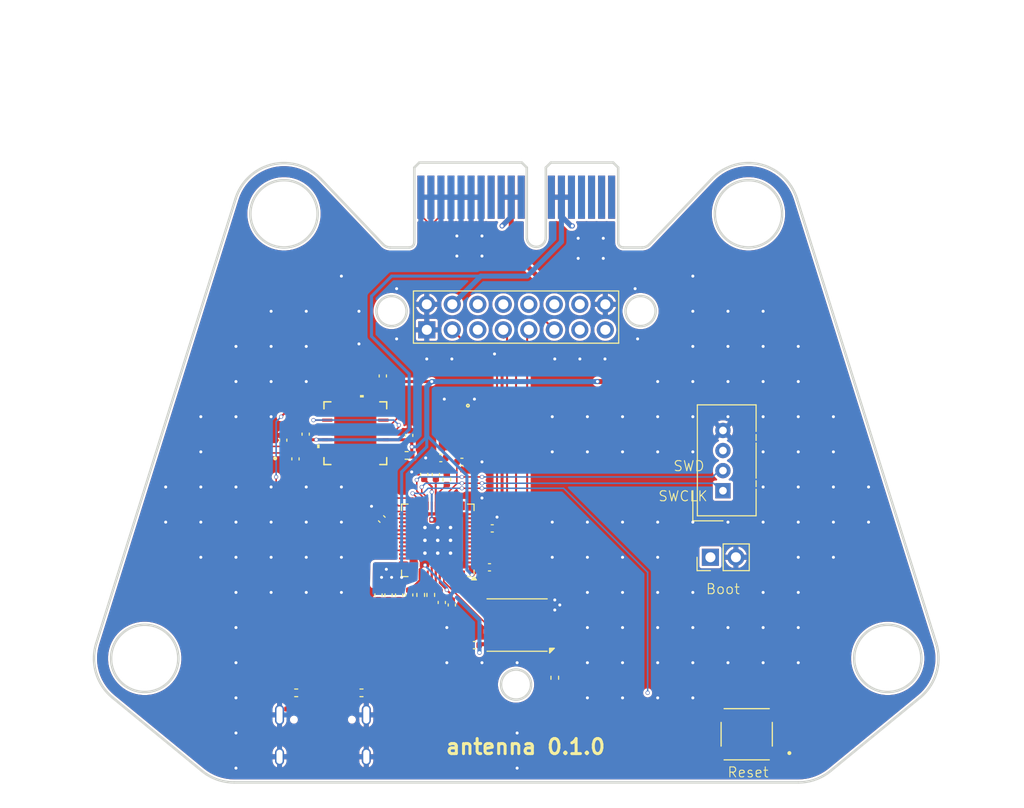
<source format=kicad_pcb>
(kicad_pcb (version 20241229) (generator "pcbnew") (generator_version "9.0")
  (layers (0 "F.Cu" signal) (2 "B.Cu" signal) (13 "F.Paste" user) (15 "B.Paste" user) (5 "F.SilkS" user "F.Silkscreen") (7 "B.SilkS" user "B.Silkscreen") (1 "F.Mask" user) (3 "B.Mask" user) (25 "Edge.Cuts" user))
  (net 0 "")
  (net 1 "+1.1V")
  (net 3 "CANINT")
  (net 4 "/XIN")
  (net 7 "CS")
  (net 8 "CANSTBY")
  (net 9 "GND")
  (net 10 "/USB_D2+")
  (net 11 "USB_D+")
  (net 12 "/XOUT_pre")
  (net 14 "SI")
  (net 15 "SCK")
  (net 16 "SO")
  (net 17 "USB_D-")
  (net 20 "/XOUT")
  (net 23 "OSC1")
  (net 26 "OSC2")
  (net 27 "tx")
  (net 28 "/QSPI_SS")
  (net 29 "/QSPI_SCLK")
  (net 30 "/QSPI_SD1")
  (net 31 "/QSPI_SD0")
  (net 32 "/QSPI_SD3")
  (net 33 "/QSPI_SD2")
  (net 34 "/~{USB_BOOT_S}")
  (net 36 "/USB_D2-")
  (net 37 "+3.3V")
  (net 42 "CANRESET")
  (net 44 "rx")
  (net 48 "+5V")
  (net 49 "/SWD")
  (net 50 "/SWCLK")
  (net 51 "/RUN")
  (net 52 "unconnected-(U2-GPIO0-Pad2)")
  (net 65 "CANN")
  (net 66 "CANP")
  (net 78 "Net-(J6-CC2)")
  (net 79 "Net-(J6-CC1)")
  (net 81 "P1.2")
  (net 82 "P1.1")
  (net 83 "TX")
  (net 84 "P3.3")
  (net 85 "Vusb")
  (net 86 "P3.4")
  (net 87 "RX")
  (net 88 "RTS")
  (net 89 "CTS")
  (net 90 "P1.0")
  (net 91 "P1.3")
  (footprint "Package_SON:WSON-8-1EP_6x5mm_P1.27mm_EP3.4x4.3mm" (layer "F.Cu") (at 146.5 106.75 180)
    (property "Reference" "U4" (hide yes))
    (property "Value" "W25Q128JVP" (hide yes))
  )
  (footprint "Capacitor_SMD:C_0402_1005Metric" (layer "F.Cu") (at 138.405904 91.752137 90)
    (property "Reference" "C214" (hide yes))
    (property "Value" "100n" (hide yes))
  )
  (footprint "Resistor_SMD:R_0402_1005Metric" (layer "F.Cu") (at 139.5 92.25 90)
    (property "Reference" "R12" (hide yes))
    (property "Value" "1k" (hide yes))
  )
  (footprint "Resistor_SMD:R_0402_1005Metric" (layer "F.Cu") (at 136.900183 103.75 90)
    (property "Reference" "R204" (hide yes))
    (property "Value" "27" (hide yes))
  )
  (footprint "Capacitor_SMD:C_0402_1005Metric" (layer "F.Cu") (at 133.025268 96.188915 135)
    (property "Reference" "C212" (hide yes))
    (property "Value" "100n" (hide yes))
  )
  (footprint "Capacitor_SMD:C_0402_1005Metric" (layer "F.Cu") (at 137.25 91.75 90)
    (property "Reference" "C207" (hide yes))
    (property "Value" "100n" (hide yes))
  )
  (footprint "4in-kicad-library:X322516MLB4SI" (layer "F.Cu") (at 120.35 89.051477 180)
    (property "Reference" "Y2" (hide yes))
    (property "Value" "X322516MLB4SI" (hide yes))
  )
  (footprint "4in-kicad-library:TS-1187A-B-A-B" (layer "F.Cu") (at 169.365 117.625 180)
    (property "Reference" "S2" (hide yes))
    (property "Value" "TS-1187A-B-A-B" (hide yes))
  )
  (footprint "4in-antenna:RFD900" (layer "F.Cu") (at 146.394875 76.077983)
    (property "Reference" "U1" (hide yes))
    (property "Value" "RFD900" (hide yes))
    (fp_circle (center -12.4 -0.6) (end -10.9 -0.6) (stroke (width 0.25)) (fill no) (layer "Edge.Cuts"))
    (fp_circle (center 0 36.6) (end 1.5 36.6) (stroke (width 0.25)) (fill no) (layer "Edge.Cuts"))
    (fp_circle (center 12.4 -0.6) (end 13.9 -0.6) (stroke (width 0.25)) (fill no) (layer "Edge.Cuts"))
  )
  (footprint "4in-kicad-library:QFN28_6X6MC_MCH" (layer "F.Cu") (at 130.387999 87.644025 180)
    (property "Reference" "U9" (hide yes))
    (property "Value" "MCP25625T-E/ML" (hide yes))
  )
  (footprint "Capacitor_SMD:C_0402_1005Metric" (layer "F.Cu") (at 141 90.5)
    (property "Reference" "C10" (hide yes))
    (property "Value" "15p" (hide yes))
  )
  (footprint "Capacitor_SMD:C_0402_1005Metric" (layer "F.Cu") (at 140 104.75 -90)
    (property "Reference" "C206" (hide yes))
    (property "Value" "100n" (hide yes))
  )
  (footprint "Capacitor_SMD:C_0402_1005Metric" (layer "F.Cu") (at 143.75 101)
    (property "Reference" "C211" (hide yes))
    (property "Value" "100n" (hide yes))
  )
  (footprint "Capacitor_SMD:C_0402_1005Metric" (layer "F.Cu") (at 135.75 103.75 -90)
    (property "Reference" "C208" (hide yes))
    (property "Value" "1u" (hide yes))
  )
  (footprint "Connector:NS-Tech_Grove_1x04_P2mm_Vertical" (layer "F.Cu") (at 167 93.37 180)
    (property "Reference" "J2" (hide yes))
    (property "Value" "Conn_01x04" (hide yes))
  )
  (footprint "Capacitor_SMD:C_0402_1005Metric" (layer "F.Cu") (at 138.901053 90.119624 180)
    (property "Reference" "C11" (hide yes))
    (property "Value" "15p" (hide yes))
  )
  (footprint "Connector_USB:USB_C_Receptacle_Palconn_UTC16-G" (layer "F.Cu") (at 127.16 117.625)
    (property "Reference" "J6" (hide yes))
    (property "Value" "USB_C_Receptacle_USB2.0_16P" (hide yes))
  )
  (footprint "4in-kicad-library:ABM8-272-T3_ABR" (layer "F.Cu") (at 140.5 88 -90)
    (property "Reference" "X1" (hide yes))
    (property "Value" "RP2040 Crystal" (hide yes))
  )
  (footprint "Capacitor_SMD:C_0402_1005Metric" (layer "F.Cu") (at 144.023705 97.122962)
    (property "Reference" "C213" (hide yes))
    (property "Value" "100n" (hide yes))
  )
  (footprint "Capacitor_SMD:C_0402_1005Metric" (layer "F.Cu") (at 133.694841 103.749524 -90)
    (property "Reference" "C216" (hide yes))
    (property "Value" "100n" (hide yes))
  )
  (footprint "Capacitor_SMD:C_0402_1005Metric" (layer "F.Cu") (at 132.694841 103.749524 -90)
    (property "Reference" "C215" (hide yes))
    (property "Value" "100n" (hide yes))
  )
  (footprint "Resistor_SMD:R_0402_1005Metric" (layer "F.Cu") (at 135.5 89.854549 180)
    (property "Reference" "R91" (hide yes))
    (property "Value" "10k" (hide yes))
  )
  (footprint "Capacitor_SMD:C_0402_1005Metric" (layer "F.Cu") (at 134.75 103.75 -90)
    (property "Reference" "C210" (hide yes))
    (property "Value" "1u" (hide yes))
  )
  (footprint "Capacitor_SMD:C_0402_1005Metric" (layer "F.Cu") (at 125.442338 87.740095 90)
    (property "Reference" "C93" (hide yes))
    (property "Value" "100n" (hide yes))
  )
  (footprint "Resistor_SMD:R_0402_1005Metric" (layer "F.Cu") (at 137.900183 103.75 90)
    (property "Reference" "R203" (hide yes))
    (property "Value" "27" (hide yes))
  )
  (footprint "Resistor_SMD:R_0402_1005Metric" (layer "F.Cu") (at 124.5 113.5)
    (property "Reference" "R4" (hide yes))
    (property "Value" "5.1k" (hide yes))
  )
  (footprint "Package_DFN_QFN:QFN-56-1EP_7x7mm_P0.4mm_EP3.2x3.2mm" (layer "F.Cu") (at 138.6 98.3125 180)
    (property "Reference" "U2" (hide yes))
    (property "Value" "RP2040" (hide yes))
  )
  (footprint "Connector_PinHeader_2.54mm:PinHeader_1x02_P2.54mm_Vertical" (layer "F.Cu") (at 165.75 100 90)
    (property "Reference" "J5" (hide yes))
    (property "Value" "Conn_01x02" (hide yes))
  )
  (footprint "Resistor_SMD:R_0402_1005Metric" (layer "F.Cu") (at 150.25 112 -90)
    (property "Reference" "R30" (hide yes))
    (property "Value" "1k" (hide yes))
  )
  (footprint "Capacitor_SMD:C_0402_1005Metric" (layer "F.Cu") (at 142.25 108.75 180)
    (property "Reference" "C40" (hide yes))
    (property "Value" "100n" (hide yes))
  )
  (footprint "Resistor_SMD:R_0402_1005Metric" (layer "F.Cu") (at 131 113.5)
    (property "Reference" "R3" (hide yes))
    (property "Value" "5.1k" (hide yes))
  )
  (footprint "Capacitor_SMD:C_0402_1005Metric" (layer "F.Cu") (at 133.125054 81.941272 90)
    (property "Reference" "C90" (hide yes))
    (property "Value" "100n" (hide yes))
  )
  (footprint "Capacitor_SMD:C_0402_1005Metric" (layer "F.Cu") (at 135.749829 87.861863 90)
    (property "Reference" "C92" (hide yes))
    (property "Value" "100n" (hide yes))
  )
  (footprint "Capacitor_SMD:C_0402_1005Metric" (layer "F.Cu") (at 139 104.5 -90)
    (property "Reference" "C209" (hide yes))
    (property "Value" "100n" (hide yes))
  )
  (footprint "Capacitor_SMD:C_0402_1005Metric" (layer "F.Cu") (at 124.425824 90.202152 -90)
    (property "Reference" "C94" (hide yes))
    (property "Value" "22p" (hide yes))
  )
  (footprint "Capacitor_SMD:C_0402_1005Metric" (layer "F.Cu") (at 123.205772 88.339051 90)
    (property "Reference" "C95" (hide yes))
    (property "Value" "22p" (hide yes))
  )
  (footprint "Connector_PCBEdge:BUS_PCIexpress_x1" (layer "B.Cu") (at 136.913 64.138595)
    (property "Reference" "J1" (hide yes))
    (property "Value" "Bus_PCI_Express_x1" (hide yes))
    (fp_line (start -0.65 -2.95) (end -0.65 4.506267) (stroke (width 0.25)) (layer "Edge.Cuts"))
    (fp_line (start -0.15 -3.45) (end -0.65 -2.95) (stroke (width 0.25)) (layer "Edge.Cuts"))
    (fp_line (start 10.05 -3.45) (end -0.15 -3.45) (stroke (width 0.25)) (layer "Edge.Cuts"))
    (fp_line (start 10.05 -3.45) (end 10.55 -2.95) (stroke (width 0.25)) (layer "Edge.Cuts"))
    (fp_line (start 10.55 -2.95) (end 10.55 4) (stroke (width 0.25)) (layer "Edge.Cuts"))
    (fp_line (start 12.45 -2.95) (end 12.45 4) (stroke (width 0.25)) (layer "Edge.Cuts"))
    (fp_line (start 12.95 -3.45) (end 12.45 -2.95) (stroke (width 0.25)) (layer "Edge.Cuts"))
    (fp_line (start 19.15 -3.45) (end 12.95 -3.45) (stroke (width 0.25)) (layer "Edge.Cuts"))
    (fp_line (start 19.15 -3.45) (end 19.65 -2.95) (stroke (width 0.25)) (layer "Edge.Cuts"))
    (fp_line (start 19.65 4.506267) (end 19.65 -2.95) (stroke (width 0.25)) (layer "Edge.Cuts"))
    (fp_arc (start 12.45 4) (mid 11.5 4.95) (end 10.55 4) (stroke (width 0.25)) (layer "Edge.Cuts"))
  )
  (gr_line (start 158.94692 69.146243) (end 157.070601 69.146243) (stroke (width 0.25)) (layer "Edge.Cuts"))
  (gr_line (start 106.209687 113.973139) (end 115.111411 121.274542) (stroke (width 0.25)) (layer "Edge.Cuts"))
  (gr_line (start 174.361597 64.28372) (end 188.232328 108.558815) (stroke (width 0.25)) (layer "Edge.Cuts"))
  (gr_circle (center 123.283091 65.793456) (end 126.633091 65.793456) (stroke (width 0.25)) (fill no) (layer "Edge.Cuts"))
  (gr_line (start 118.464045 64.28372) (end 104.587844 108.576276) (stroke (width 0.25)) (layer "Edge.Cuts"))
  (gr_arc (start 159.678055 68.8356) (mid 159.344666 69.066654) (end 158.94692 69.146243) (stroke (width 0.25)) (layer "Edge.Cuts"))
  (gr_line (start 118.464046 64.28372) (end 118.464045 64.28372) (stroke (width 0.25)) (layer "Edge.Cuts"))
  (gr_arc (start 177.714223 121.274549) (mid 176.212248 122.125014) (end 174.511601 122.419976) (stroke (width 0.25)) (layer "Edge.Cuts"))
  (gr_arc (start 136.255174 68.646276) (mid 136.10951 68.998982) (end 135.757436 69.146243) (stroke (width 0.25)) (layer "Edge.Cuts"))
  (gr_arc (start 157.070601 69.146243) (mid 156.714957 68.997733) (end 156.570468 68.640432) (stroke (width 0.25)) (layer "Edge.Cuts"))
  (gr_circle (center 109.412346 110.068595) (end 112.762346 110.068595) (stroke (width 0.25)) (fill no) (layer "Edge.Cuts"))
  (gr_arc (start 118.464046 64.28372) (mid 122.139472 60.874645) (end 126.941834 62.312637) (stroke (width 0.25)) (layer "Edge.Cuts"))
  (gr_arc (start 133.872001 69.146243) (mid 133.477859 69.065273) (end 133.147519 68.835527) (stroke (width 0.25)) (layer "Edge.Cuts"))
  (gr_line (start 174.361596 64.28372) (end 174.361597 64.28372) (stroke (width 0.25)) (layer "Edge.Cuts"))
  (gr_line (start 159.678055 68.8356) (end 165.883808 62.312637) (stroke (width 0.25)) (layer "Edge.Cuts"))
  (gr_line (start 118.314061 122.419976) (end 174.511601 122.419976) (stroke (width 0.25)) (layer "Edge.Cuts"))
  (gr_line (start 133.872001 69.146243) (end 135.757436 69.146243) (stroke (width 0.25)) (layer "Edge.Cuts"))
  (gr_line (start 133.147519 68.835527) (end 126.941834 62.312637) (stroke (width 0.25)) (layer "Edge.Cuts"))
  (gr_arc (start 106.209687 113.973139) (mid 104.576009 111.52196) (end 104.587844 108.576276) (stroke (width 0.25)) (layer "Edge.Cuts"))
  (gr_arc (start 165.883808 62.312637) (mid 170.686167 60.874652) (end 174.361596 64.28372) (stroke (width 0.25)) (layer "Edge.Cuts"))
  (gr_line (start 186.607723 113.979892) (end 177.714223 121.274549) (stroke (width 0.25)) (layer "Edge.Cuts"))
  (gr_circle (center 183.413296 110.068595) (end 186.763296 110.068595) (stroke (width 0.25)) (fill no) (layer "Edge.Cuts"))
  (gr_circle (center 169.542552 65.793456) (end 172.892552 65.793456) (stroke (width 0.25)) (fill no) (layer "Edge.Cuts"))
  (gr_arc (start 118.314061 122.419976) (mid 116.613398 122.125007) (end 115.111411 121.274542) (stroke (width 0.25)) (layer "Edge.Cuts"))
  (gr_arc (start 188.232328 108.558815) (mid 188.250725 111.5183) (end 186.607723 113.979892) (stroke (width 0.25)) (layer "Edge.Cuts"))
  (gr_text "antenna 0.1.0" (at 139.25 119.75 0) (layer "F.SilkS") (effects (font (size 1.5 1.5) (thickness 0.3) (bold yes)) (justify left bottom)))
  (gr_text "SWD" (at 162 91.5 0) (layer "F.SilkS") (effects (font (size 1 1) (thickness 0.1)) (justify left bottom)))
  (gr_text "Boot" (at 167 103.75 0) (layer "F.SilkS") (effects (font (size 1 1) (thickness 0.1)) (justify bottom)))
  (gr_text "Reset" (at 169.5 122 0) (layer "F.SilkS") (effects (font (size 1 1) (thickness 0.1)) (justify bottom)))
  (gr_text "SWCLK" (at 160.5 94.5 0) (layer "F.SilkS") (effects (font (size 1 1) (thickness 0.1)) (justify left bottom)))
  (segment (start 139.5 103.25) (end 140 103.75) (width 0.2) (layer "F.Cu") (net 1))
  (segment (start 136.8 102.28386) (end 135.81386 103.27) (width 0.2) (layer "F.Cu") (net 1))
  (segment (start 140 103.75) (end 140 104.27) (width 0.2) (layer "F.Cu") (net 1))
  (segment (start 137.216508 100.783492) (end 137.330177 100.783492) (width 0.2) (layer "F.Cu") (net 1))
  (segment (start 138.8 101.75) (end 138.8 102.55) (width 0.2) (layer "F.Cu") (net 1))
  (segment (start 136.8 101.75) (end 136.8 102.28386) (width 0.2) (layer "F.Cu") (net 1))
  (segment (start 135.81386 103.27) (end 135.75 103.27) (width 0.2) (layer "F.Cu") (net 1))
  (segment (start 138 92.98) (end 137.25 92.23) (width 0.2) (layer "F.Cu") (net 1))
  (segment (start 138.8 102.55) (end 139.5 103.25) (width 0.2) (layer "F.Cu") (net 1))
  (segment (start 136.8 101.2) (end 137.216508 100.783492) (width 0.2) (layer "F.Cu") (net 1))
  (segment (start 138 93.5) (end 138 94.875) (width 0.15) (layer "F.Cu") (net 1))
  (segment (start 138 93.5) (end 138 92.98) (width 0.2) (layer "F.Cu") (net 1))
  (segment (start 136.8 101.75) (end 136.8 101.2) (width 0.2) (layer "F.Cu") (net 1))
  (via (at 138 96.25) (size 0.4) (drill 0.3) (layers "F.Cu" "B.Cu") (net 1))
  (via (at 139.5 103.25) (size 0.4) (drill 0.3) (layers "F.Cu" "B.Cu") (net 1))
  (via (at 138 93.5) (size 0.4) (drill 0.3) (layers "F.Cu" "B.Cu") (net 1))
  (via (at 137.330177 100.783492) (size 0.4) (drill 0.3) (layers "F.Cu" "B.Cu") (net 1))
  (segment (start 139.5 103) (end 139.5 103.25) (width 0.2) (layer "B.Cu") (net 1))
  (segment (start 138 93.5) (end 138 96.25) (width 0.2) (layer "B.Cu") (net 1))
  (segment (start 137.330177 100.783492) (end 137.330177 100.830177) (width 0.2) (layer "B.Cu") (net 1))
  (segment (start 137.330177 100.830177) (end 139.5 103) (width 0.2) (layer "B.Cu") (net 1))
  (segment (start 132.804492 98.1125) (end 135.1625 98.1125) (width 0.15) (layer "F.Cu") (net 3))
  (segment (start 130.387999 95.696007) (end 132.804492 98.1125) (width 0.15) (layer "F.Cu") (net 3))
  (segment (start 130.387999 90.438025) (end 130.387999 95.696007) (width 0.15) (layer "F.Cu") (net 3))
  (segment (start 140.52 90.5) (end 140.52 87.580001) (width 0.15) (layer "F.Cu") (net 4))
  (segment (start 140.52 87.580001) (end 140.900002 87.199999) (width 0.15) (layer "F.Cu") (net 4))
  (segment (start 140.5 90.52) (end 140.5 92.663247) (width 0.15) (layer "F.Cu") (net 4))
  (segment (start 140.900002 87.199999) (end 141.6 87.199999) (width 0.15) (layer "F.Cu") (net 4))
  (segment (start 139.2 93.963247) (end 139.2 94.875) (width 0.15) (layer "F.Cu") (net 4))
  (segment (start 140.5 92.663247) (end 139.2 93.963247) (width 0.15) (layer "F.Cu") (net 4))
  (segment (start 140.52 90.5) (end 140.5 90.52) (width 0.15) (layer "F.Cu") (net 4))
  (segment (start 133 89.776025) (end 133 93.188949) (width 0.15) (layer "F.Cu") (net 7))
  (segment (start 134.686051 94.875) (end 136 94.875) (width 0.15) (layer "F.Cu") (net 7))
  (segment (start 133.181999 89.594026) (end 133 89.776025) (width 0.15) (layer "F.Cu") (net 7))
  (segment (start 133 93.188949) (end 134.686051 94.875) (width 0.15) (layer "F.Cu") (net 7))
  (segment (start 123.305976 85.694024) (end 127.593999 85.694024) (width 0.2) (layer "F.Cu") (net 8))
  (segment (start 123 86) (end 123.305976 85.694024) (width 0.2) (layer "F.Cu") (net 8))
  (segment (start 122.5 92) (end 122.5 95) (width 0.15) (layer "F.Cu") (net 8))
  (segment (start 126.8125 99.3125) (end 135.1625 99.3125) (width 0.15) (layer "F.Cu") (net 8))
  (segment (start 122.5 95) (end 126.8125 99.3125) (width 0.15) (layer "F.Cu") (net 8))
  (via (at 122.5 92) (size 0.4) (drill 0.3) (layers "F.Cu" "B.Cu") (net 8))
  (via (at 123 86) (size 0.4) (drill 0.3) (layers "F.Cu" "B.Cu") (net 8))
  (segment (start 122.5 86.5) (end 123 86) (width 0.15) (layer "B.Cu") (net 8))
  (segment (start 122.5 92) (end 122.5 86.5) (width 0.15) (layer "B.Cu") (net 8))
  (segment (start 138.272137 91.272137) (end 137.5 90.5) (width 0.3) (layer "F.Cu") (net 9))
  (segment (start 139.6 86.949999) (end 139.45 86.949999) (width 0.15) (layer "F.Cu") (net 9))
  (segment (start 142.913 64.138595) (end 139.913 64.138595) (width 0.5) (layer "F.Cu") (net 9))
  (segment (start 138.405904 91.272137) (end 138.272137 91.272137) (width 0.3) (layer "F.Cu") (net 9))
  (segment (start 132.685857 95.849504) (end 132.685857 95.607337) (width 0.2) (layer "F.Cu") (net 9))
  (segment (start 129.907065 89.186934) (end 129.907065 88.957723) (width 0.2) (layer "F.Cu") (net 9))
  (segment (start 132.685857 95.607337) (end 132 94.92148) (width 0.2) (layer "F.Cu") (net 9))
  (segment (start 128.105075 87.644025) (end 130.899075 87.644025) (width 0.3) (layer "F.Cu") (net 9))
  (segment (start 140.25 93.75) (end 140.5 93.75) (width 0.2) (layer "F.Cu") (net 9))
  (segment (start 139.6 94.875) (end 139.6 94.4) (width 0.2) (layer "F.Cu") (net 9))
  (segment (start 139.6 94.4) (end 140.25 93.75) (width 0.2) (layer "F.Cu") (net 9))
  (via (at 150 96.5) (size 0.4) (drill 0.3) (layers "F.Cu" "B.Cu") (net 9))
  (via (at 174.5 89.5) (size 0.4) (drill 0.3) (layers "F.Cu" "B.Cu") (net 9))
  (via (at 164 82.5) (size 0.4) (drill 0.3) (layers "F.Cu" "B.Cu") (net 9))
  (via (at 150 100) (size 0.4) (drill 0.3) (layers "F.Cu" "B.Cu") (net 9))
  (via (at 129 72) (size 0.4) (drill 0.3) (layers "F.Cu" "B.Cu") (net 9))
  (via (at 167.5 110.5) (size 0.4) (drill 0.3) (layers "F.Cu" "B.Cu") (net 9))
  (via (at 144.5 96) (size 0.4) (drill 0.3) (layers "F.Cu" "B.Cu") (net 9))
  (via (at 129 100) (size 0.4) (drill 0.3) (layers "F.Cu" "B.Cu") (net 9))
  (via (at 160.5 110.5) (size 0.4) (drill 0.3) (layers "F.Cu" "B.Cu") (net 9))
  (via (at 150.25 104.25) (size 0.4) (drill 0.3) (layers "F.Cu" "B.Cu") (net 9))
  (via (at 167.5 107) (size 0.4) (drill 0.3) (layers "F.Cu" "B.Cu") (net 9))
  (via (at 143 90.5) (size 0.4) (drill 0.3) (layers "F.Cu" "B.Cu") (net 9))
  (via (at 157 86) (size 0.4) (drill 0.3) (layers "F.Cu" "B.Cu") (net 9))
  (via (at 132 94.92148) (size 0.4) (drill 0.3) (layers "F.Cu" "B.Cu") (net 9))
  (via (at 171 75.5) (size 0.4) (drill 0.3) (layers "F.Cu" "B.Cu") (net 9))
  (via (at 139.5 107) (size 0.4) (drill 0.3) (layers "F.Cu" "B.Cu") (net 9))
  (via (at 118.5 86) (size 0.4) (drill 0.3) (layers "F.Cu" "B.Cu") (net 9))
  (via (at 164 96.5) (size 0.4) (drill 0.3) (layers "F.Cu" "B.Cu") (net 9))
  (via (at 157 103.5) (size 0.4) (drill 0.3) (layers "F.Cu" "B.Cu") (net 9))
  (via (at 167.5 86) (size 0.4) (drill 0.3) (layers "F.Cu" "B.Cu") (net 9))
  (via (at 160.5 96.5) (size 0.4) (drill 0.3) (layers "F.Cu" "B.Cu") (net 9))
  (via (at 125.5 82.5) (size 0.4) (drill 0.3) (layers "F.Cu" "B.Cu") (net 9))
  (via (at 125.5 75.5) (size 0.4) (drill 0.3) (layers "F.Cu" "B.Cu") (net 9))
  (via (at 137.318053 99.587234) (size 0.5) (drill 0.35) (layers "F.Cu" "B.Cu") (net 9))
  (via (at 174.5 96.5) (size 0.4) (drill 0.3) (layers "F.Cu" "B.Cu") (net 9))
  (via (at 125.5 100) (size 0.4) (drill 0.3) (layers "F.Cu" "B.Cu") (net 9))
  (via (at 158.25 73.25) (size 0.4) (drill 0.3) (layers "F.Cu" "B.Cu") (net 9))
  (via (at 171 103.5) (size 0.4) (drill 0.3) (layers "F.Cu" "B.Cu") (net 9))
  (via (at 118.5 100) (size 0.4) (drill 0.3) (layers "F.Cu" "B.Cu") (net 9))
  (via (at 164 89.5) (size 0.4) (drill 0.3) (layers "F.Cu" "B.Cu") (net 9))
  (via (at 171 110.5) (size 0.4) (drill 0.3) (layers "F.Cu" "B.Cu") (net 9))
  (via (at 174.5 79) (size 0.4) (drill 0.3) (layers "F.Cu" "B.Cu") (net 9))
  (via (at 111.5 96.5) (size 0.4) (drill 0.3) (layers "F.Cu" "B.Cu") (net 9))
  (via (at 178 100) (size 0.4) (drill 0.3) (layers "F.Cu" "B.Cu") (net 9))
  (via (at 138.593053 99.587234) (size 0.5) (drill 0.35) (layers "F.Cu" "B.Cu") (net 9))
  (via (at 118.5 114) (size 0.4) (drill 0.3) (layers "F.Cu" "B.Cu") (net 9))
  (via (at 139.5 110.5) (size 0.4) (drill 0.3) (layers "F.Cu" "B.Cu") (net 9))
  (via (at 160.5 114) (size 0.4) (drill 0.3) (layers "F.Cu" "B.Cu") (net 9))
  (via (at 143 94.097073) (size 0.4) (drill 0.3) (layers "F.Cu" "B.Cu") (net 9))
  (via (at 153.5 103.5) (size 0.4) (drill 0.3) (layers "F.Cu" "B.Cu") (net 9))
  (via (at 115 89.5) (size 0.4) (drill 0.3) (layers "F.Cu" "B.Cu") (net 9))
  (via (at 125.5 96.5) (size 0.4) (drill 0.3) (layers "F.Cu" "B.Cu") (net 9))
  (via (at 115 93) (size 0.4) (drill 0.3) (layers "F.Cu" "B.Cu") (net 9))
  (via (at 125.5 93) (size 0.4) (drill 0.3) (layers "F.Cu" "B.Cu") (net 9))
  (via (at 137.318053 98.312234) (size 0.5) (drill 0.35) (layers "F.Cu" "B.Cu") (net 9))
  (via (at 118.5 117.5) (size 0.4) (drill 0.3) (layers "F.Cu" "B.Cu") (net 9))
  (via (at 122 100) (size 0.4) (drill 0.3) (layers "F.Cu" "B.Cu") (net 9))
  (via (at 139.868053 98.312234) (size 0.5) (drill 0.35) (layers "F.Cu" "B.Cu") (net 9))
  (via (at 125.5 103.5) (size 0.4) (drill 0.3) (layers "F.Cu" "B.Cu") (net 9))
  (via (at 171 93) (size 0.4) (drill 0.3) (layers "F.Cu" "B.Cu") (net 9))
  (via (at 164 72) (size 0.4) (drill 0.3) (layers "F.Cu" "B.Cu") (net 9))
  (via (at 178 96.5) (size 0.4) (drill 0.3) (layers "F.Cu" "B.Cu") (net 9))
  (via (at 118.5 79) (size 0.4) (drill 0.3) (layers "F.Cu" "B.Cu") (net 9))
  (via (at 146.5 117.5) (size 0.4) (drill 0.3) (layers "F.Cu" "B.Cu") (net 9))
  (via (at 171 89.5) (size 0.4) (drill 0.3) (layers "F.Cu" "B.Cu") (net 9))
  (via (at 160.5 100) (size 0.4) (drill 0.3) (layers "F.Cu" "B.Cu") (net 9))
  (via (at 137.5 80.25) (size 0.4) (drill 0.3) (layers "F.Cu" "B.Cu") (net 9))
  (via (at 118.5 107) (size 0.4) (drill 0.3) (layers "F.Cu" "B.Cu") (net 9))
  (via (at 152.75 80.25) (size 0.4) (drill 0.3) (layers "F.Cu" "B.Cu") (net 9))
  (via (at 174.5 110.5) (size 0.4) (drill 0.3) (layers "F.Cu" "B.Cu") (net 9))
  (via (at 164 75.5) (size 0.4) (drill 0.3) (layers "F.Cu" "B.Cu") (net 9))
  (via (at 153.5 110.5) (size 0.4) (drill 0.3) (layers "F.Cu" "B.Cu") (net 9))
  (via (at 155.080416 68.23223) (size 0.4) (drill 0.3) (layers "F.Cu" "B.Cu") (net 9))
  (via (at 143 70) (size 0.4) (drill 0.3) (layers "F.Cu" "B.Cu") (net 9))
  (via (at 153.5 96.5) (size 0.4) (drill 0.3) (layers "F.Cu" "B.Cu") (net 9))
  (via (at 150.25 105.25) (size 0.4) (drill 0.3) (layers "F.Cu" "B.Cu") (net 9))
  (via (at 150.25 80.25) (size 0.4) (drill 0.3) (layers "F.Cu" "B.Cu") (net 9))
  (via (at 153.5 107) (size 0.4) (drill 0.3) (layers "F.Cu" "B.Cu") (net 9))
  (via (at 152.580416 70.23223) (size 0.4) (drill 0.3) (layers "F.Cu" "B.Cu") (net 9))
  (via (at 174.5 82.5) (size 0.4) (drill 0.3) (layers "F.Cu" "B.Cu") (net 9))
  (via (at 164 103.5) (size 0.4) (drill 0.3) (layers "F.Cu" "B.Cu") (net 9))
  (via (at 143 68) (size 0.4) (drill 0.3) (layers "F.Cu" "B.Cu") (net 9))
  (via (at 153.5 114) (size 0.4) (drill 0.3) (layers "F.Cu" "B.Cu") (net 9))
  (via (at 122 75.5) (size 0.4) (drill 0.3) (layers "F.Cu" "B.Cu") (net 9))
  (via (at 140 80.25) (size 0.4) (drill 0.3) (layers "F.Cu" "B.Cu") (net 9))
  (via (at 118.5 110.5) (size 0.4) (drill 0.3) (layers "F.Cu" "B.Cu") (net 9))
  (via (at 122 82.5) (size 0.4) (drill 0.3) (layers "F.Cu" "B.Cu") (net 9))
  (via (at 118.5 93) (size 0.4) (drill 0.3) (layers "F.Cu" "B.Cu") (net 9))
  (via (at 129 93) (size 0.4) (drill 0.3) (layers "F.Cu" "B.Cu") (net 9))
  (via (at 129 103.5) (size 0.4) (drill 0.3) (layers "F.Cu" "B.Cu") (net 9))
  (via (at 178 89.5) (size 0.4) (drill 0.3) (layers "F.Cu" "B.Cu") (net 9))
  (via (at 122 103.5) (size 0.4) (drill 0.3) (layers "F.Cu" "B.Cu") (net 9))
  (via (at 155.080416 70.23223) (size 0.4) (drill 0.3) (layers "F.Cu" "B.Cu") (net 9))
  (via (at 171 79) (size 0.4) (drill 0.3) (layers "F.Cu" "B.Cu") (net 9))
  (via (at 130.75 75.5) (size 0.4) (drill 0.3) (layers "F.Cu" "B.Cu") (net 9))
  (via (at 174.5 100) (size 0.4) (drill 0.3) (layers "F.Cu" "B.Cu") (net 9))
  (via (at 146.5 121) (size 0.4) (drill 0.3) (layers "F.Cu" "B.Cu") (net 9))
  (via (at 150 86) (size 0.4) (drill 0.3) (layers "F.Cu" "B.Cu") (net 9))
  (via (at 130.75 78.75) (size 0.4) (drill 0.3) (layers "F.Cu" "B.Cu") (net 9))
  (via (at 157 110.5) (size 0.4) (drill 0.3) (layers "F.Cu" "B.Cu") (net 9))
  (via (at 122 86) (size 0.4) (drill 0.3) (layers "F.Cu" "B.Cu") (net 9))
  (via (at 144.25 79.75) (size 0.4) (drill 0.3) (layers "F.Cu" "B.Cu") (net 9))
  (via (at 174.5 86) (size 0.4) (drill 0.3) (layers "F.Cu" "B.Cu") (net 9))
  (via (at 178 86) (size 0.4) (drill 0.3) (layers "F.Cu" "B.Cu") (net 9))
  (via (at 136 91.5) (size 0.4) (drill 0.3) (layers "F.Cu" "B.Cu") (net 9))
  (via (at 137.318053 97.037234) (size 0.5) (drill 0.35) (layers "F.Cu" "B.Cu") (net 9))
  (via (at 158.5 78.25) (size 0.4) (drill 0.3) (layers "F.Cu" "B.Cu") (net 9))
  (via (at 160.5 86) (size 0.4) (drill 0.3) (layers "F.Cu" "B.Cu") (net 9))
  (via (at 167.5 96.5) (size 0.4) (drill 0.3) (layers "F.Cu" "B.Cu") (net 9))
  (via (at 143 110.5) (size 0.4) (drill 0.3) (layers "F.Cu" "B.Cu") (net 9))
  (via (at 150 89.5) (size 0.4) (drill 0.3) (layers "F.Cu" "B.Cu") (net 9))
  (via (at 181.5 93) (size 0.4) (drill 0.3) (layers "F.Cu" "B.Cu") (net 9))
  (via (at 118.5 121) (size 0.4) (drill 0.3) (layers "F.Cu" "B.Cu") (net 9))
  (via (at 150.75 104.75) (size 0.4) (drill 0.3) (layers "F.Cu" "B.Cu") (net 9))
  (via (at 140.5 68) (size 0.4) (drill 0.3) (layers "F.Cu" "B.Cu") (net 9))
  (via (at 118.5 103.5) (size 0.4) (drill 0.3) (layers "F.Cu" "B.Cu") (net 9))
  (via (at 164 79) (size 0.4) (drill 0.3) (layers "F.Cu" "B.Cu") (net 9))
  (via (at 115 100) (size 0.4) (drill 0.3) (layers "F.Cu" "B.Cu") (net 9))
  (via (at 160.5 89.5) (size 0.4) (drill 0.3) (layers "F.Cu" "B.Cu") (net 9))
  (via (at 153.5 89.5) (size 0.4) (drill 0.3) (layers "F.Cu" "B.Cu") (net 9))
  (via (at 138.593053 97.037234) (size 0.5) (drill 0.35) (layers "F.Cu" "B.Cu") (net 9))
  (via (at 138.593053 98.312234) (size 0.5) (drill 0.35) (layers "F.Cu" "B.Cu") (net 9))
  (via (at 139.868053 97.037234) (size 0.5) (drill 0.35) (layers "F.Cu" "B.Cu") (net 9))
  (via (at 164 114) (size 0.4) (drill 0.3) (layers "F.Cu" "B.Cu") (net 9))
  (via (at 140.5 70) (size 0.4) (drill 0.3) (layers "F.Cu" "B.Cu") (net 9))
  (via (at 160.5 82.5) (size 0.4) (drill 0.3) (layers "F.Cu" "B.Cu") (net 9))
  (via (at 115 86) (size 0.4) (drill 0.3) (layers "F.Cu" "B.Cu") (net 9))
  (via (at 164 107) (size 0.4) (drill 0.3) (layers "F.Cu" "B.Cu") (net 9))
  (via (at 174.5 103.5) (size 0.4) (drill 0.3) (layers "F.Cu" "B.Cu") (net 9))
  (via (at 115 96.5) (size 0.4) (drill 0.3) (layers "F.Cu" "B.Cu") (net 9))
  (via (at 171 96.5) (size 0.4) (drill 0.3) (layers "F.Cu" "B.Cu") (net 9))
  (via (at 125.5 79) (size 0.4) (drill 0.3) (layers "F.Cu" "B.Cu") (net 9))
  (via (at 167.5 79) (size 0.4) (drill 0.3) (layers "F.Cu" "B.Cu") (net 9))
  (via (at 129 96.5) (size 0.4) (drill 0.3) (layers "F.Cu" "B.Cu") (net 9))
  (via (at 134.5 78.25) (size 0.4) (drill 0.3) (layers "F.Cu" "B.Cu") (net 9))
  (via (at 157 107) (size 0.4) (drill 0.3) (layers "F.Cu" "B.Cu") (net 9))
  (via (at 118.5 96.5) (size 0.4) (drill 0.3) (layers "F.Cu" "B.Cu") (net 9))
  (via (at 146.5 110.5) (size 0.4) (drill 0.3) (layers "F.Cu" "B.Cu") (net 9))
  (via (at 167.5 82.5) (size 0.4) (drill 0.3) (layers "F.Cu" "B.Cu") (net 9))
  (via (at 111.5 93) (size 0.4) (drill 0.3) (layers "F.Cu" "B.Cu") (net 9))
  (via (at 155.25 80.25) (size 0.4) (drill 0.3) (layers "F.Cu" "B.Cu") (net 9))
  (via (at 153.5 100) (size 0.4) (drill 0.3) (layers "F.Cu" "B.Cu") (net 9))
  (via (at 157 89.5) (size 0.4) (drill 0.3) (layers "F.Cu" "B.Cu") (net 9))
  (via (at 122 93) (size 0.4) (drill 0.3) (layers "F.Cu" "B.Cu") (net 9))
  (via (at 171 107) (size 0.4) (drill 0.3) (layers "F.Cu" "B.Cu") (net 9))
  (via (at 134.5 73.25) (size 0.4) (drill 0.3) (layers "F.Cu" "B.Cu") (net 9))
  (via (at 139.25 84.25) (size 0.4) (drill 0.3) (layers "F.Cu" "B.Cu") (net 9))
  (via (at 160.5 103.5) (size 0.4) (drill 0.3) (layers "F.Cu" "B.Cu") (net 9))
  (via (at 171 82.5) (size 0.4) (drill 0.3) (layers "F.Cu" "B.Cu") (net 9))
  (via (at 181.5 96.5) (size 0.4) (drill 0.3) (layers "F.Cu" "B.Cu") (net 9))
  (via (at 122 96.5) (size 0.4) (drill 0.3) (layers "F.Cu" "B.Cu") (net 9))
  (via (at 122 79) (size 0.4) (drill 0.3) (layers "F.Cu" "B.Cu") (net 9))
  (via (at 142.25 84.25) (size 0.4) (drill 0.3) (layers "F.Cu" "B.Cu") (net 9))
  (via (at 157 114) (size 0.4) (drill 0.3) (layers "F.Cu" "B.Cu") (net 9))
  (via (at 152.580416 68.23223) (size 0.4) (drill 0.3) (layers "F.Cu" "B.Cu") (net 9))
  (via (at 157 96.5) (size 0.4) (drill 0.3) (layers "F.Cu" "B.Cu") (net 9))
  (via (at 164 86) (size 0.4) (drill 0.3) (layers "F.Cu" "B.Cu") (net 9))
  (via (at 174.5 107) (size 0.4) (drill 0.3) (layers "F.Cu" "B.Cu") (net 9))
  (via (at 137.393239 90.107686) (size 0.4) (drill 0.3) (layers "F.Cu" "B.Cu") (net 9))
  (via (at 164 110.5) (size 0.4) (drill 0.3) (layers "F.Cu" "B.Cu") (net 9))
  (via (at 174.5 93) (size 0.4) (drill 0.3) (layers "F.Cu" "B.Cu") (net 9))
  (via (at 160.5 107) (size 0.4) (drill 0.3) (layers "F.Cu" "B.Cu") (net 9))
  (via (at 167.5 75.5) (size 0.4) (drill 0.3) (layers "F.Cu" "B.Cu") (net 9))
  (via (at 171 86) (size 0.4) (drill 0.3) (layers "F.Cu" "B.Cu") (net 9))
  (via (at 139.868053 99.587234) (size 0.5) (drill 0.35) (layers "F.Cu" "B.Cu") (net 9))
  (via (at 178 93) (size 0.4) (drill 0.3) (layers "F.Cu" "B.Cu") (net 9))
  (via (at 153.5 86) (size 0.4) (drill 0.3) (layers "F.Cu" "B.Cu") (net 9))
  (via (at 118.5 82.5) (size 0.4) (drill 0.3) (layers "F.Cu" "B.Cu") (net 9))
  (via (at 157 100) (size 0.4) (drill 0.3) (layers "F.Cu" "B.Cu") (net 9))
  (segment (start 142.913 64.138595) (end 136.913 64.138595) (width 0.5) (layer "B.Cu") (net 9))
  (segment (start 137.6 101.75) (end 137.6 102.939817) (width 0.2) (layer "F.Cu") (net 10))
  (segment (start 137.6 102.939817) (end 137.900183 103.24) (width 0.2) (layer "F.Cu") (net 10))
  (segment (start 139.4 88.800001) (end 139.25 88.950001) (width 0.15) (layer "F.Cu") (net 12))
  (segment (start 139.25 88.950001) (end 139.25 91.74) (width 0.15) (layer "F.Cu") (net 12))
  (segment (start 135.1625 96.1125) (end 134.408947 96.1125) (width 0.15) (layer "F.Cu") (net 14))
  (segment (start 134.408947 96.1125) (end 131.687999 93.391552) (width 0.15) (layer "F.Cu") (net 14))
  (segment (start 131.687999 93.391552) (end 131.687999 90.438025) (width 0.15) (layer "F.Cu") (net 14))
  (segment (start 131.037998 95.462768) (end 133.28773 97.7125) (width 0.15) (layer "F.Cu") (net 15))
  (segment (start 131.037998 90.438025) (end 131.037998 95.462768) (width 0.15) (layer "F.Cu") (net 15))
  (segment (start 133.28773 97.7125) (end 135.1625 97.7125) (width 0.15) (layer "F.Cu") (net 15))
  (segment (start 132.337998 90.438025) (end 132.337998 93.262997) (width 0.15) (layer "F.Cu") (net 16))
  (segment (start 135.644584 95.4375) (end 135.775 95.567916) (width 0.15) (layer "F.Cu") (net 16))
  (segment (start 135.775 96.257084) (end 135.519584 96.5125) (width 0.15) (layer "F.Cu") (net 16))
  (segment (start 135.775 95.567916) (end 135.775 96.257084) (width 0.15) (layer "F.Cu") (net 16))
  (segment (start 135.519584 96.5125) (end 135.1625 96.5125) (width 0.15) (layer "F.Cu") (net 16))
  (segment (start 134.512501 95.4375) (end 135.644584 95.4375) (width 0.15) (layer "F.Cu") (net 16))
  (segment (start 132.337998 93.262997) (end 134.512501 95.4375) (width 0.15) (layer "F.Cu") (net 16))
  (segment (start 139.49 92.76) (end 138.8 93.45) (width 0.15) (layer "F.Cu") (net 20))
  (segment (start 138.8 93.45) (end 138.8 94.875) (width 0.15) (layer "F.Cu") (net 20))
  (segment (start 121.742278 89.609199) (end 127.724938 89.609199) (width 0.15) (layer "F.Cu") (net 23))
  (segment (start 121.2 90.151477) (end 121.742278 89.609199) (width 0.15) (layer "F.Cu") (net 23))
  (segment (start 119.5 87.951477) (end 120.507723 88.9592) (width 0.15) (layer "F.Cu") (net 26))
  (segment (start 120.507723 88.9592) (end 127.724938 88.9592) (width 0.15) (layer "F.Cu") (net 26))
  (segment (start 126.217362 86.344698) (end 126.218035 86.344025) (width 0.2) (layer "F.Cu") (net 27))
  (segment (start 134.106729 87.644025) (end 133.181999 87.644025) (width 0.15) (layer "F.Cu") (net 27))
  (segment (start 134.724727 87.026027) (end 134.106729 87.644025) (width 0.15) (layer "F.Cu") (net 27))
  (segment (start 134.724727 86.836236) (end 134.724727 87.026027) (width 0.15) (layer "F.Cu") (net 27))
  (segment (start 126.218035 86.344025) (end 127.593999 86.344025) (width 0.15) (layer "F.Cu") (net 27))
  (via (at 126.217362 86.344698) (size 0.4) (drill 0.3) (layers "F.Cu" "B.Cu") (net 27))
  (via (at 134.724727 86.836236) (size 0.4) (drill 0.3) (layers "F.Cu" "B.Cu") (net 27))
  (segment (start 126.22938 86.33268) (end 126.217362 86.344698) (width 0.15) (layer "B.Cu") (net 27))
  (segment (start 134.724727 86.836236) (end 134.221171 86.33268) (width 0.15) (layer "B.Cu") (net 27))
  (segment (start 134.221171 86.33268) (end 126.22938 86.33268) (width 0.15) (layer "B.Cu") (net 27))
  (segment (start 141.2 101.75) (end 141.2 102.233946) (width 0.15) (layer "F.Cu") (net 28))
  (segment (start 141.466054 102.5) (end 151.5 102.5) (width 0.15) (layer "F.Cu") (net 28))
  (segment (start 141.2 102.233946) (end 141.466054 102.5) (width 0.15) (layer "F.Cu") (net 28))
  (segment (start 151.5 102.5) (end 152.540674 103.540674) (width 0.15) (layer "F.Cu") (net 28))
  (segment (start 152.540674 103.540674) (end 152.540674 107.584326) (width 0.15) (layer "F.Cu") (net 28))
  (segment (start 152.540674 107.584326) (end 151.47 108.655) (width 0.15) (layer "F.Cu") (net 28))
  (segment (start 151.47 108.655) (end 149.2 108.655) (width 0.15) (layer "F.Cu") (net 28))
  (segment (start 149.2 108.655) (end 150.25 109.705) (width 0.15) (layer "F.Cu") (net 28))
  (segment (start 150.25 109.705) (end 150.25 111.49) (width 0.15) (layer "F.Cu") (net 28))
  (segment (start 139.6 102.1875) (end 143.5275 106.115) (width 0.15) (layer "F.Cu") (net 29))
  (segment (start 139.6 101.75) (end 139.6 102.1875) (width 0.15) (layer "F.Cu") (net 29))
  (segment (start 143.5275 106.115) (end 143.8 106.115) (width 0.15) (layer "F.Cu") (net 29))
  (segment (start 143.8 106.115) (end 143.456932 106.115) (width 0.1) (layer "F.Cu") (net 29))
  (segment (start 152.170662 103.920662) (end 152.170662 106.329338) (width 0.15) (layer "F.Cu") (net 30))
  (segment (start 141.6125 103) (end 151.25 103) (width 0.15) (layer "F.Cu") (net 30))
  (segment (start 140.8 102.1875) (end 141.6125 103) (width 0.15) (layer "F.Cu") (net 30))
  (segment (start 151.115 107.385) (end 149.2 107.385) (width 0.15) (layer "F.Cu") (net 30))
  (segment (start 140.8 101.75) (end 140.8 102.1875) (width 0.15) (layer "F.Cu") (net 30))
  (segment (start 152.170662 106.329338) (end 151.115 107.385) (width 0.15) (layer "F.Cu") (net 30))
  (segment (start 151.25 103) (end 152.170662 103.920662) (width 0.15) (layer "F.Cu") (net 30))
  (segment (start 140 101.75) (end 140 102.1875) (width 0.15) (layer "F.Cu") (net 31))
  (segment (start 142.6575 104.845) (end 143.8 104.845) (width 0.15) (layer "F.Cu") (net 31))
  (segment (start 140 102.1875) (end 142.6575 104.845) (width 0.15) (layer "F.Cu") (net 31))
  (segment (start 143.8 107.385) (end 143.8 107.3) (width 0.1) (layer "F.Cu") (net 32))
  (segment (start 143.8 107.019668) (end 143.8 107.385) (width 0.15) (layer "F.Cu") (net 32))
  (segment (start 139.2 101.75) (end 139.2 102.419668) (width 0.15) (layer "F.Cu") (net 32))
  (segment (start 139.2 102.419668) (end 143.8 107.019668) (width 0.15) (layer "F.Cu") (net 32))
  (segment (start 141.7125 103.5) (end 151 103.5) (width 0.15) (layer "F.Cu") (net 33))
  (segment (start 151.75 104.25) (end 151.75 105.5) (width 0.15) (layer "F.Cu") (net 33))
  (segment (start 151.75 105.5) (end 151.135 106.115) (width 0.15) (layer "F.Cu") (net 33))
  (segment (start 140.4 101.75) (end 140.4 102.1875) (width 0.15) (layer "F.Cu") (net 33))
  (segment (start 140.4 102.1875) (end 141.7125 103.5) (width 0.15) (layer "F.Cu") (net 33))
  (segment (start 151.135 106.115) (end 149.2 106.115) (width 0.15) (layer "F.Cu") (net 33))
  (segment (start 151 103.5) (end 151.75 104.25) (width 0.15) (layer "F.Cu") (net 33))
  (segment (start 137.2 102.940183) (end 136.900183 103.24) (width 0.2) (layer "F.Cu") (net 36))
  (segment (start 137.2 101.75) (end 137.2 102.940183) (width 0.2) (layer "F.Cu") (net 36))
  (segment (start 154.5 82.5) (end 158.5 82.5) (width 0.5) (layer "F.Cu") (net 37))
  (segment (start 136.01 89) (end 136.01 89.854549) (width 0.3) (layer "F.Cu") (net 37))
  (segment (start 160.5 72) (end 148.5 72) (width 0.5) (layer "F.Cu") (net 37))
  (segment (start 135.70199 88.294024) (end 133.181999 88.294024) (width 0.3) (layer "F.Cu") (net 37))
  (segment (start 138.4 94.875) (end 138.4 95.65) (width 0.2) (layer "F.Cu") (net 37))
  (segment (start 162.25 73.75) (end 160.5 72) (width 0.5) (layer "F.Cu") (net 37))
  (segment (start 142.0375 101.7125) (end 142 101.75) (width 0.3) (layer "F.Cu") (net 37))
  (segment (start 158.5 82.5) (end 162.25 78.75) (width 0.5) (layer "F.Cu") (net 37))
  (segment (start 162.25 78.75) (end 162.25 73.75) (width 0.5) (layer "F.Cu") (net 37))
  (segment (start 145.913 66.087) (end 145.913 64.138595) (width 0.5) (layer "F.Cu") (net 37))
  (segment (start 138.4 102.448506) (end 138.299253 102.549253) (width 0.2) (layer "F.Cu") (net 37))
  (segment (start 138.4 101.75) (end 138.4 102.448506) (width 0.2) (layer "F.Cu") (net 37))
  (segment (start 148.5 72) (end 145.913 69.413) (width 0.5) (layer "F.Cu") (net 37))
  (segment (start 139 103.25) (end 139 104.02) (width 0.2) (layer "F.Cu") (net 37))
  (segment (start 145.913 69.413) (end 145.913 64.138595) (width 0.5) (layer "F.Cu") (net 37))
  (segment (start 138 101.030437) (end 138.067229 100.963208) (width 0.2) (layer "F.Cu") (net 37))
  (segment (start 136.4 101.75) (end 136 101.75) (width 0.15) (layer "F.Cu") (net 37))
  (segment (start 142.845 108.655) (end 142.75 108.75) (width 0.3) (layer "F.Cu") (net 37))
  (segment (start 143.543705 97.122962) (end 143.354167 97.3125) (width 0.15) (layer "F.Cu") (net 37))
  (segment (start 143.1825 100.9125) (end 142.0375 100.9125) (width 0.2) (layer "F.Cu") (net 37))
  (segment (start 142.0375 97.3125) (end 141.3125 97.3125) (width 0.2) (layer "F.Cu") (net 37))
  (segment (start 143.27 101) (end 143.1825 100.9125) (width 0.15) (layer "F.Cu") (net 37))
  (segment (start 138 101.75) (end 138 101.030437) (width 0.2) (layer "F.Cu") (net 37))
  (segment (start 138.4 92.238041) (end 138.405904 92.232137) (width 0.2) (layer "F.Cu") (net 37))
  (segment (start 138 82.5) (end 131.618807 82.5) (width 0.3) (layer "F.Cu") (net 37))
  (segment (start 131.618807 82.5) (end 130.387999 83.730808) (width 0.3) (layer "F.Cu") (net 37))
  (segment (start 143.354167 97.3125) (end 142.0375 97.3125) (width 0.2) (layer "F.Cu") (net 37))
  (segment (start 135.9375 97.3125) (end 136 97.25) (width 0.2) (layer "F.Cu") (net 37))
  (segment (start 138.299253 102.549253) (end 139 103.25) (width 0.2) (layer "F.Cu") (net 37))
  (segment (start 138 101.75) (end 138 102.25) (width 0.2) (layer "F.Cu") (net 37))
  (segment (start 145 67) (end 145.913 66.087) (width 0.5) (layer "F.Cu") (net 37))
  (segment (start 136.01 89) (end 136.01 88.602034) (width 0.3) (layer "F.Cu") (net 37))
  (segment (start 138.4 101.1) (end 138.5 101) (width 0.2) (layer "F.Cu") (net 37))
  (segment (start 135.1625 97.3125) (end 135.9375 97.3125) (width 0.2) (layer "F.Cu") (net 37))
  (segment (start 130.387999 83.730808) (end 130.387999 84.850025) (width 0.3) (layer "F.Cu") (net 37))
  (segment (start 134.148853 97.3125) (end 133.364679 96.528326) (width 0.2) (layer "F.Cu") (net 37))
  (segment (start 143.8 108.655) (end 142.845 108.655) (width 0.4) (layer "F.Cu") (net 37))
  (segment (start 144.913 64.138595) (end 146.913 64.138595) (width 0.5) (layer "F.Cu") (net 37))
  (segment (start 135.1625 97.3125) (end 134.148853 97.3125) (width 0.2) (layer "F.Cu") (net 37))
  (segment (start 138.4 95.65) (end 138.5 95.75) (width 0.2) (layer "F.Cu") (net 37))
  (segment (start 138 102.25) (end 138.299253 102.549253) (width 0.2) (layer "F.Cu") (net 37))
  (segment (start 138.4 101.75) (end 138.4 101.1) (width 0.2) (layer "F.Cu") (net 37))
  (segment (start 142.75 108.75) (end 142.75 109.5) (width 0.4) (layer "F.Cu") (net 37))
  (segment (start 138.4 94.875) (end 138.4 92.238041) (width 0.2) (layer "F.Cu") (net 37))
  (segment (start 136.01 88.602034) (end 135.70199 88.294024) (width 0.3) (layer "F.Cu") (net 37))
  (via (at 136.01 89) (size 0.4) (drill 0.3) (layers "F.Cu" "B.Cu") (net 37))
  (via (at 145 67) (size 0.4) (drill 0.3) (layers "F.Cu" "B.Cu") (net 37))
  (via (at 154.5 82.5) (size 0.4) (drill 0.3) (layers "F.Cu" "B.Cu") (net 37))
  (via (at 142 101.75) (size 0.4) (drill 0.3) (layers "F.Cu" "B.Cu") (net 37))
  (via (at 133.476038 101.196202) (size 0.4) (drill 0.3) (layers "F.Cu" "B.Cu") (net 37))
  (via (at 134 102) (size 0.4) (drill 0.3) (layers "F.Cu" "B.Cu") (net 37))
  (via (at 133 102) (size 0.4) (drill 0.3) (layers "F.Cu" "B.Cu") (net 37))
  (via (at 142.75 109.5) (size 0.4) (drill 0.3) (layers "F.Cu" "B.Cu") (net 37))
  (via (at 135 102) (size 0.4) (drill 0.3) (layers "F.Cu" "B.Cu") (net 37))
  (via (at 138 82.5) (size 0.4) (drill 0.3) (layers "F.Cu" "B.Cu") (net 37))
  (segment (start 145.913 66.087) (end 145.913 64.138595) (width 0.5) (layer "B.Cu") (net 37))
  (segment (start 141.5 101.25) (end 142 101.75) (width 0.3) (layer "B.Cu") (net 37))
  (segment (start 137.636397 88) (end 141.5 91.863603) (width 0.3) (layer "B.Cu") (net 37))
  (segment (start 137.5 88) (end 137.5 89) (width 0.3) (layer "B.Cu") (net 37))
  (segment (start 141.5 91.863603) (end 141.5 101.25) (width 0.3) (layer "B.Cu") (net 37))
  (segment (start 137.5 88) (end 137.5 83) (width 0.5) (layer "B.Cu") (net 37))
  (segment (start 137.5 88) (end 137.636397 88) (width 0.3) (layer "B.Cu") (net 37))
  (segment (start 136.5 89) (end 137.5 88) (width 0.3) (layer "B.Cu") (net 37))
  (segment (start 154.5 82.5) (end 138 82.5) (width 0.5) (layer "B.Cu") (net 37))
  (segment (start 137.5 83) (end 138 82.5) (width 0.5) (layer "B.Cu") (net 37))
  (segment (start 142.75 109.5) (end 142.75 106.25) (width 0.4) (layer "B.Cu") (net 37))
  (segment (start 142.75 106.25) (end 140.5 104) (width 0.4) (layer "B.Cu") (net 37))
  (segment (start 136.01 89) (end 136.5 89) (width 0.3) (layer "B.Cu") (net 37))
  (segment (start 144.913 64.138595) (end 146.913 64.138595) (width 0.5) (layer "B.Cu") (net 37))
  (segment (start 145 67) (end 145.913 66.087) (width 0.5) (layer "B.Cu") (net 37))
  (segment (start 137.5 89) (end 135 91.5) (width 0.3) (layer "B.Cu") (net 37))
  (segment (start 135 91.5) (end 135 102) (width 0.3) (layer "B.Cu") (net 37))
  (segment (start 134.444025 88.944025) (end 134.99 89.49) (width 0.15) (layer "F.Cu") (net 42))
  (segment (start 134.99 89.854549) (end 133.689392 91.155157) (width 0.15) (layer "F.Cu") (net 42))
  (segment (start 134.604 94.104) (end 136.127506 94.104) (width 0.15) (layer "F.Cu") (net 42))
  (segment (start 133.181999 88.944025) (end 134.444025 88.944025) (width 0.15) (layer "F.Cu") (net 42))
  (segment (start 136.4 94.376494) (end 136.4 94.875) (width 0.15) (layer "F.Cu") (net 42))
  (segment (start 133.689392 91.155157) (end 133.689392 93.189392) (width 0.15) (layer "F.Cu") (net 42))
  (segment (start 133.689392 93.189392) (end 134.604 94.104) (width 0.15) (layer "F.Cu") (net 42))
  (segment (start 136.127506 94.104) (end 136.4 94.376494) (width 0.15) (layer "F.Cu") (net 42))
  (segment (start 134.99 89.49) (end 134.99 89.854549) (width 0.15) (layer "F.Cu") (net 42))
  (segment (start 134 84) (end 131.260444 84) (width 0.15) (layer "F.Cu") (net 44))
  (segment (start 134.5 84.5) (end 134 84) (width 0.15) (layer "F.Cu") (net 44))
  (segment (start 133.693075 86.994026) (end 133.730274 86.994026) (width 0.15) (layer "F.Cu") (net 44))
  (segment (start 131.038 84.222444) (end 131.038 84.850025) (width 0.15) (layer "F.Cu") (net 44))
  (segment (start 131.260444 84) (end 131.038 84.222444) (width 0.15) (layer "F.Cu") (net 44))
  (segment (start 134.5 86.2243) (end 134.5 84.5) (width 0.15) (layer "F.Cu") (net 44))
  (segment (start 133.730274 86.994026) (end 134.5 86.2243) (width 0.15) (layer "F.Cu") (net 44))
  (segment (start 125.516267 88.294024) (end 125.442338 88.220095) (width 0.3) (layer "F.Cu") (net 48))
  (segment (start 150.913 64.138595) (end 150.913 65.913) (width 0.3) (layer "F.Cu") (net 48))
  (segment (start 150.913 66.035104) (end 151.877896 67) (width 0.5) (layer "F.Cu") (net 48))
  (segment (start 151.913 64.138595) (end 151.912562 64.138157) (width 0.6) (layer "F.Cu") (net 48))
  (segment (start 127.593999 88.294024) (end 126.5 88.294024) (width 0.3) (layer "F.Cu") (net 48))
  (segment (start 126.5 88.294024) (end 125.516267 88.294024) (width 0.3) (layer "F.Cu") (net 48))
  (segment (start 151.912562 64.138157) (end 150.059553 64.138157) (width 0.5) (layer "F.Cu") (net 48))
  (segment (start 150.913 65.913) (end 150.913 66.035104) (width 0.5) (layer "F.Cu") (net 48))
  (segment (start 151.877896 67) (end 152 67) (width 0.5) (layer "F.Cu") (net 48))
  (via (at 126.5 88.294024) (size 0.4) (drill 0.3) (layers "F.Cu" "B.Cu") (net 48))
  (via (at 152 67) (size 0.4) (drill 0.3) (layers "F.Cu" "B.Cu") (net 48))
  (segment (start 151.832276 64.140598) (end 149.979267 64.140598) (width 0.5) (layer "B.Cu") (net 48))
  (segment (start 150.913 68.587) (end 150.913 64.138595) (width 0.5) (layer "B.Cu") (net 48))
  (segment (start 147.5 72) (end 150.913 68.587) (width 0.5) (layer "B.Cu") (net 48))
  (segment (start 151.875 67) (end 152 67) (width 0.5) (layer "B.Cu") (net 48))
  (segment (start 134.705976 88.294024) (end 126.5 88.294024) (width 0.3) (layer "B.Cu") (net 48))
  (segment (start 150.913 64.138595) (end 150.913 66.038) (width 0.5) (layer "B.Cu") (net 48))
  (segment (start 132 78) (end 135.75 81.75) (width 0.3) (layer "B.Cu") (net 48))
  (segment (start 142.887806 72) (end 134 72) (width 0.3) (layer "B.Cu") (net 48))
  (segment (start 140.06283 74.824976) (end 142.887806 72) (width 0.5) (layer "B.Cu") (net 48))
  (segment (start 132 74) (end 132 78) (width 0.3) (layer "B.Cu") (net 48))
  (segment (start 135.75 81.75) (end 135.75 87.25) (width 0.3) (layer "B.Cu") (net 48))
  (segment (start 142.887806 72) (end 147.5 72) (width 0.5) (layer "B.Cu") (net 48))
  (segment (start 150.913 66.038) (end 151.875 67) (width 0.5) (layer "B.Cu") (net 48))
  (segment (start 134 72) (end 132 74) (width 0.3) (layer "B.Cu") (net 48))
  (segment (start 135.75 87.25) (end 134.705976 88.294024) (width 0.3) (layer "B.Cu") (net 48))
  (segment (start 137.2 94.092452) (end 137.2 94.875) (width 0.15) (layer "F.Cu") (net 49))
  (segment (start 136.508956 93.401408) (end 137.2 94.092452) (width 0.15) (layer "F.Cu") (net 49))
  (segment (start 136.508956 92.299153) (end 136.508956 93.401408) (width 0.15) (layer "F.Cu") (net 49))
  (segment (start 141 92) (end 143 92) (width 0.15) (layer "F.Cu") (net 49))
  (via (at 143 92) (size 0.4) (drill 0.3) (layers "F.Cu" "B.Cu") (net 49))
  (via (at 136.508956 92.299153) (size 0.4) (drill 0.3) (layers "F.Cu" "B.Cu") (net 49))
  (via (at 141 92) (size 0.4) (drill 0.3) (layers "F.Cu" "B.Cu") (net 49))
  (segment (start 165.975 92) (end 166.975 91) (width 0.15) (layer "B.Cu") (net 49))
  (segment (start 136.808109 92) (end 141 92) (width 0.15) (layer "B.Cu") (net 49))
  (segment (start 143 92) (end 165.975 92) (width 0.15) (layer "B.Cu") (net 49))
  (segment (start 136.508956 92.299153) (end 136.808109 92) (width 0.15) (layer "B.Cu") (net 49))
  (segment (start 137.6 94.1) (end 137.6 94.875) (width 0.15) (layer "F.Cu") (net 50))
  (segment (start 137 93.5) (end 137.6 94.1) (width 0.15) (layer "F.Cu") (net 50))
  (segment (start 141 92.625) (end 143 92.625) (width 0.15) (layer "F.Cu") (net 50))
  (segment (start 137 93) (end 137 93.5) (width 0.15) (layer "F.Cu") (net 50))
  (via (at 137 93) (size 0.4) (drill 0.3) (layers "F.Cu" "B.Cu") (net 50))
  (via (at 143 92.625) (size 0.4) (drill 0.3) (layers "F.Cu" "B.Cu") (net 50))
  (via (at 141 92.625) (size 0.4) (drill 0.3) (layers "F.Cu" "B.Cu") (net 50))
  (segment (start 137.375 92.625) (end 141 92.625) (width 0.15) (layer "B.Cu") (net 50))
  (segment (start 166.06 92.625) (end 166.975 93.54) (width 0.15) (layer "B.Cu") (net 50))
  (segment (start 137 93) (end 137.375 92.625) (width 0.15) (layer "B.Cu") (net 50))
  (segment (start 143 92.625) (end 166.06 92.625) (width 0.15) (layer "B.Cu") (net 50))
  (segment (start 141 93.125) (end 143 93.125) (width 0.15) (layer "F.Cu") (net 51))
  (segment (start 136.8 94.34114) (end 136.8 94.875) (width 0.2) (layer "F.Cu") (net 51))
  (segment (start 136.090136 93.631276) (end 136.8 94.34114) (width 0.15) (layer "F.Cu") (net 51))
  (via (at 143 93.125) (size 0.4) (drill 0.3) (layers "F.Cu" "B.Cu") (net 51))
  (via (at 136.090136 93.631276) (size 0.4) (drill 0.3) (layers "F.Cu" "B.Cu") (net 51))
  (via (at 141 93.125) (size 0.4) (drill 0.3) (layers "F.Cu" "B.Cu") (net 51))
  (via (at 159.5 113.5) (size 0.4) (drill 0.3) (layers "F.Cu" "B.Cu") (net 51))
  (segment (start 159.5 101.5) (end 151.125 93.125) (width 0.15) (layer "B.Cu") (net 51))
  (segment (start 137.639584 93.125) (end 137.133308 93.631276) (width 0.15) (layer "B.Cu") (net 51))
  (segment (start 141 93.125) (end 137.639584 93.125) (width 0.15) (layer "B.Cu") (net 51))
  (segment (start 151.125 93.125) (end 143 93.125) (width 0.15) (layer "B.Cu") (net 51))
  (segment (start 159.5 113.5) (end 159.5 101.5) (width 0.15) (layer "B.Cu") (net 51))
  (segment (start 137.133308 93.631276) (end 136.090136 93.631276) (width 0.15) (layer "B.Cu") (net 51))
  (segment (start 142.06 100.49) (end 142.0375 100.5125) (width 0.2) (layer "F.Cu") (net 52))
  (segment (start 132.4469 70.76) (end 129.5593 73.6476) (width 0.16) (layer "F.Cu") (net 65))
  (segment (start 138.913 65.938595) (end 138.0593 66.792295) (width 0.16) (layer "F.Cu") (net 65))
  (segment (start 138.913 64.138595) (end 138.913 65.938595) (width 0.16) (layer "F.Cu") (net 65))
  (segment (start 129.5593 73.6476) (end 129.5593 84.671325) (width 0.16) (layer "F.Cu") (net 65))
  (segment (start 138.0593 69.6476) (end 136.9469 70.76) (width 0.16) (layer "F.Cu") (net 65))
  (segment (start 129.5593 84.671325) (end 129.738 84.850025) (width 0.16) (layer "F.Cu") (net 65))
  (segment (start 138.0593 66.792295) (end 138.0593 69.6476) (width 0.16) (layer "F.Cu") (net 65))
  (segment (start 129.6331 73.5738) (end 129.5593 73.6476) (width 0.16) (layer "F.Cu") (net 65))
  (segment (start 136.9469 70.76) (end 132.4469 70.76) (width 0.16) (layer "F.Cu") (net 65))
  (segment (start 132.2931 70.5) (end 129.2667 73.5264) (width 0.16) (layer "F.Cu") (net 66))
  (segment (start 129.2667 73.5264) (end 129.2799 73.5132) (width 0.16) (layer "F.Cu") (net 66))
  (segment (start 137.7667 66.792295) (end 137.7667 69.5264) (width 0.16) (layer "F.Cu") (net 66))
  (segment (start 129.087999 84.850025) (end 129.2667 84.671324) (width 0.16) (layer "F.Cu") (net 66))
  (segment (start 137.7667 69.5264) (end 136.7931 70.5) (width 0.16) (layer "F.Cu") (net 66))
  (segment (start 136.913 64.138595) (end 136.913 65.938595) (width 0.16) (layer "F.Cu") (net 66))
  (segment (start 136.913 65.938595) (end 137.7667 66.792295) (width 0.16) (layer "F.Cu") (net 66))
  (segment (start 129.2667 84.671324) (end 129.2667 73.5264) (width 0.16) (layer "F.Cu") (net 66))
  (segment (start 136.7931 70.5) (end 132.2931 70.5) (width 0.16) (layer "F.Cu") (net 66))
  (segment (start 128.91 114.34) (end 129.75 113.5) (width 0.15) (layer "F.Cu") (net 78))
  (segment (start 128.91 115.115) (end 128.91 114.34) (width 0.15) (layer "F.Cu") (net 78))
  (segment (start 129.75 113.5) (end 130.49 113.5) (width 0.15) (layer "F.Cu") (net 78))
  (segment (start 125.91 114.4) (end 125.01 113.5) (width 0.15) (layer "F.Cu") (net 79))
  (segment (start 125.91 115.115) (end 125.91 114.4) (width 0.15) (layer "F.Cu") (net 79))
  (segment (start 147.68283 77.364976) (end 147.5 77.547806) (width 0.2) (layer "F.Cu") (net 83))
  (segment (start 147.68283 77.364976) (end 148.023903 77.364976) (width 0.2) (layer "F.Cu") (net 83))
  (segment (start 147.5 77.547806) (end 147.5 97.75) (width 0.2) (layer "F.Cu") (net 83))
  (segment (start 147.5 97.75) (end 145.9375 99.3125) (width 0.2) (layer "F.Cu") (net 83))
  (segment (start 145.9375 99.3125) (end 142.0375 99.3125) (width 0.2) (layer "F.Cu") (net 83))
  (segment (start 144.8875 98.1125) (end 142.0375 98.1125) (width 0.2) (layer "F.Cu") (net 87))
  (segment (start 145.14283 77.364976) (end 145.14283 78.14283) (width 0.2) (layer "F.Cu") (net 87))
  (segment (start 145.14283 77.364976) (end 145.5 77.722146) (width 0.2) (layer "F.Cu") (net 87))
  (segment (start 145.5 97.5) (end 144.8875 98.1125) (width 0.2) (layer "F.Cu") (net 87))
  (segment (start 145.5 77.722146) (end 145.5 97.5) (width 0.2) (layer "F.Cu") (net 87))
  (segment (start 150.22283 77.364976) (end 148.973932 76.116078) (width 0.2) (layer "F.Cu") (net 88))
  (segment (start 145.4875 98.5125) (end 142.0375 98.5125) (width 0.2) (layer "F.Cu") (net 88))
  (segment (start 146.394875 76.717551) (end 146.394875 97.605125) (width 0.2) (layer "F.Cu") (net 88))
  (segment (start 146.996348 76.116078) (end 146.394875 76.717551) (width 0.2) (layer "F.Cu") (net 88))
  (segment (start 146.394875 97.605125) (end 145.4875 98.5125) (width 0.2) (layer "F.Cu") (net 88))
  (segment (start 148.973932 76.116078) (end 146.996348 76.116078) (width 0.2) (layer "F.Cu") (net 88))
  (segment (start 150.22283 77.364976) (end 150.22283 77.77717) (width 0.2) (layer "F.Cu") (net 88))
  (segment (start 143.2875 95.7125) (end 142.0375 95.7125) (width 0.2) (layer "F.Cu") (net 89))
  (segment (start 144.5 94.5) (end 143.2875 95.7125) (width 0.2) (layer "F.Cu") (net 89))
  (segment (start 144.5 81.802146) (end 144.5 94.5) (width 0.2) (layer "F.Cu") (net 89))
  (segment (start 140.06283 77.364976) (end 144.5 81.802146) (width 0.2) (layer "F.Cu") (net 89))
  (zone (net 1) (net_name "+1.1V") (layer "F.Cu") (priority 1) (connect_pads yes (clearance 0.15)) (min_thickness 0.15) (fill yes (thermal_gap 0.508) (thermal_bridge_width 0.508))
    (polygon (pts (xy 136.75 100) (xy 140.35 100) (xy 140.35 96.6) (xy 137.75 96.6) (xy 137.75 96.05) (xy 137.75 96) (xy 140.95 96) (xy 140.95 100.4) (xy 138.15 100.4) (xy 138 100.6) (xy 137.749054 100.740059) (xy 137.75 101) (xy 136.75 101)))
  )
  (zone (net 0) (net_name "") (layer "F.Cu") (connect_pads (clearance 0)) (min_thickness 0.25)
    (keepout (tracks allowed) (vias not_allowed) (pads allowed) (copperpour not_allowed) (footprints allowed))
    (fill (thermal_gap 0.5) (thermal_bridge_width 0.5))
    (polygon (pts (xy 143.25 103.75) (xy 148.928531 103.747041) (xy 148.928531 109.247041) (xy 143.25 109.25)))
  )
  (zone (net 37) (net_name "+3.3V") (layer "F.Cu") (priority 3) (connect_pads yes (clearance 0.15)) (min_thickness 0.15) (fill yes (thermal_gap 0.3) (thermal_bridge_width 0.3) (smoothing fillet) (radius 0.01))
    (polygon (pts (xy 141.647553 100.86025) (xy 141.815198 101.910929) (xy 141.992154 101.973601) (xy 142.19123 101.892496) (xy 142.981087 100.851534)))
  )
  (zone (net 9) (net_name "GND") (layer "F.Cu") (connect_pads (clearance 0.25)) (min_thickness 0.2) (fill yes (thermal_gap 0.25) (thermal_bridge_width 0.5))
    (polygon (pts (xy 95 44.5) (xy 197 44.5) (xy 197 125) (xy 95 125)))
  )
  (zone (net 37) (net_name "+3.3V") (layer "F.Cu") (connect_pads yes (clearance 0.15)) (min_thickness 0.15) (fill yes (thermal_gap 0.508) (thermal_bridge_width 0.508) (island_removal_mode 1) (island_area_min 10))
    (polygon (pts (xy 135.793934 95.512783) (xy 141.393934 95.512783) (xy 141.393934 101.112783) (xy 135.793934 101.112783)))
  )
  (zone (net 37) (net_name "+3.3V") (layers "F.Cu" "B.Cu") (priority 2) (connect_pads (clearance 0.15)) (min_thickness 0.15) (fill yes (thermal_gap 0.3) (thermal_bridge_width 0.3) (smoothing fillet) (radius 0.2))
    (polygon (pts (xy 136.5 100.5) (xy 132.147297 100.496898) (xy 132.081264 103.754516) (xy 134.75 103.75) (xy 135.248008 103.767642) (xy 135.450481 102.735028) (xy 136.594455 102.340205) (xy 136.655197 100.507822)))
  )
  (zone (net 0) (net_name "") (layers "F.Cu" "B.Cu") (name "keepout") (connect_pads (clearance 0)) (min_thickness 0.25)
    (keepout (tracks not_allowed) (vias not_allowed) (pads allowed) (copperpour not_allowed) (footprints allowed))
    (fill (thermal_gap 0.5) (thermal_bridge_width 0.5))
    (polygon (pts (xy 134.75 59.5) (xy 158 59.5) (xy 158 63.25) (xy 134.75 63.25)))
  )
  (zone (net 9) (net_name "GND") (layer "B.Cu") (connect_pads (clearance 0.25)) (min_thickness 0.2) (fill yes (thermal_gap 0.25) (thermal_bridge_width 0.5))
    (polygon (pts (xy 95 44.5) (xy 197 44.5) (xy 197 125) (xy 95 125)))
  )
)
</source>
